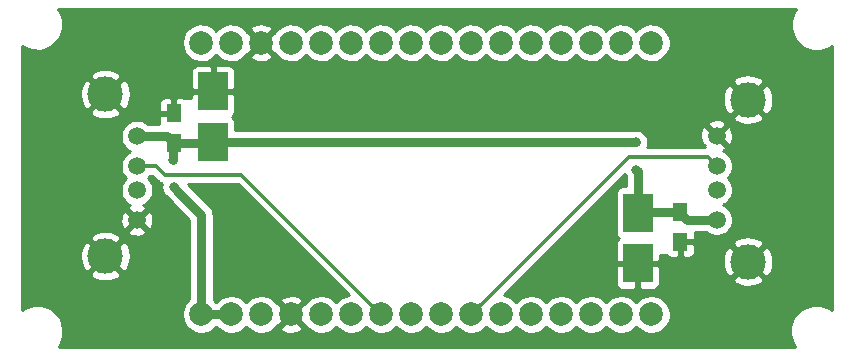
<source format=gtl>
G04 #@! TF.FileFunction,Copper,L1,Top,Signal*
%FSLAX46Y46*%
G04 Gerber Fmt 4.6, Leading zero omitted, Abs format (unit mm)*
G04 Created by KiCad (PCBNEW 4.0.7-e2-6376~58~ubuntu16.04.1) date Mon Jan  8 16:23:01 2018*
%MOMM*%
%LPD*%
G01*
G04 APERTURE LIST*
%ADD10C,0.100000*%
%ADD11R,1.250000X1.500000*%
%ADD12R,2.500000X3.200000*%
%ADD13C,2.000000*%
%ADD14C,1.501140*%
%ADD15C,2.999740*%
%ADD16C,0.800000*%
%ADD17C,0.800000*%
%ADD18C,0.350000*%
%ADD19C,0.254000*%
G04 APERTURE END LIST*
D10*
D11*
X130350000Y-102900000D03*
X130350000Y-100400000D03*
X173250000Y-108800000D03*
X173250000Y-111300000D03*
D12*
X133700000Y-102850000D03*
X133700000Y-98550000D03*
X169661007Y-108816425D03*
X169661007Y-113116425D03*
D13*
X132702300Y-94437200D03*
X135242300Y-94437200D03*
X137782300Y-94437200D03*
X140322300Y-94437200D03*
X142862300Y-94437200D03*
X145402300Y-94437200D03*
X147942300Y-94437200D03*
X150482300Y-94437200D03*
X153022300Y-94437200D03*
X155562300Y-94437200D03*
X158102300Y-94437200D03*
X160642300Y-94437200D03*
X163182300Y-94437200D03*
X165722300Y-94437200D03*
X168262300Y-94437200D03*
X170802300Y-94437200D03*
X170802300Y-117437200D03*
X168262300Y-117437200D03*
X165722300Y-117437200D03*
X163182300Y-117437200D03*
X160642300Y-117437200D03*
X158102300Y-117437200D03*
X155562300Y-117437200D03*
X153022300Y-117437200D03*
X150482300Y-117437200D03*
X147942300Y-117437200D03*
X145402300Y-117437200D03*
X142862300Y-117437200D03*
X140322300Y-117437200D03*
X137782300Y-117437200D03*
X135242300Y-117437200D03*
X132702300Y-117437200D03*
D14*
X127252120Y-109452860D03*
X127252120Y-106912860D03*
X127252120Y-104880860D03*
X127252120Y-102340860D03*
D15*
X124585120Y-112500860D03*
X124585120Y-98784860D03*
D14*
X176327880Y-102297140D03*
X176327880Y-104837140D03*
X176327880Y-106869140D03*
X176327880Y-109409140D03*
D15*
X178994880Y-99249140D03*
X178994880Y-112965140D03*
D16*
X169499996Y-102850000D03*
X169549998Y-105200000D03*
X130300000Y-104349991D03*
X130350000Y-106650000D03*
D17*
X135750000Y-102850000D02*
X169499996Y-102850000D01*
X133700000Y-102850000D02*
X135750000Y-102850000D01*
X169661007Y-105311009D02*
X169549998Y-105200000D01*
X169661007Y-108816425D02*
X169661007Y-105311009D01*
X130300000Y-103784306D02*
X130300000Y-104349991D01*
X130350000Y-102900000D02*
X130300000Y-102950000D01*
X130300000Y-102950000D02*
X130300000Y-103784306D01*
X130749999Y-107049999D02*
X130350000Y-106650000D01*
X132702300Y-109002300D02*
X130749999Y-107049999D01*
X132702300Y-117437200D02*
X132702300Y-109002300D01*
X173250000Y-108800000D02*
X169677432Y-108800000D01*
X169677432Y-108800000D02*
X169661007Y-108816425D01*
X176330000Y-109410000D02*
X173860000Y-109410000D01*
X173860000Y-109410000D02*
X173250000Y-108800000D01*
X130350000Y-102900000D02*
X133650000Y-102900000D01*
X133650000Y-102900000D02*
X133700000Y-102850000D01*
X127250000Y-102340000D02*
X129790000Y-102340000D01*
X129790000Y-102340000D02*
X130350000Y-102900000D01*
X132702300Y-117437200D02*
X135242300Y-117437200D01*
D18*
X127250000Y-104880000D02*
X128880000Y-104880000D01*
X128880000Y-104880000D02*
X129600000Y-105600000D01*
X136105100Y-105600000D02*
X146942301Y-116437201D01*
X129600000Y-105600000D02*
X136105100Y-105600000D01*
X146942301Y-116437201D02*
X147942300Y-117437200D01*
X156562299Y-116437201D02*
X155562300Y-117437200D01*
X168909499Y-104090001D02*
X156562299Y-116437201D01*
X175580001Y-104090001D02*
X168909499Y-104090001D01*
X176330000Y-104840000D02*
X175580001Y-104090001D01*
D19*
G36*
X182881978Y-91818071D02*
X182709311Y-92220933D01*
X182618182Y-92649662D01*
X182612062Y-93087925D01*
X182691185Y-93519030D01*
X182852536Y-93926557D01*
X183089970Y-94294982D01*
X183394443Y-94610273D01*
X183754358Y-94860421D01*
X184156005Y-95035896D01*
X184584087Y-95130016D01*
X185022297Y-95139195D01*
X185453944Y-95063084D01*
X185862587Y-94904582D01*
X186140000Y-94728530D01*
X186140000Y-117057829D01*
X185868164Y-116874473D01*
X185464105Y-116704622D01*
X185034751Y-116616489D01*
X184596456Y-116613429D01*
X184165914Y-116695559D01*
X183759523Y-116859752D01*
X183392764Y-117099752D01*
X183079607Y-117406419D01*
X182831978Y-117768071D01*
X182659311Y-118170933D01*
X182568182Y-118599662D01*
X182562062Y-119037925D01*
X182641185Y-119469030D01*
X182802536Y-119876557D01*
X183004536Y-120190000D01*
X120625255Y-120190000D01*
X120752724Y-120009302D01*
X120930999Y-119608889D01*
X121028105Y-119181475D01*
X121035096Y-118680847D01*
X120949962Y-118250888D01*
X120782936Y-117845654D01*
X120540381Y-117480580D01*
X120231536Y-117169571D01*
X119868164Y-116924473D01*
X119464105Y-116754622D01*
X119034751Y-116666489D01*
X118596456Y-116663429D01*
X118165914Y-116745559D01*
X117759523Y-116909752D01*
X117510000Y-117073035D01*
X117510000Y-113992421D01*
X123273164Y-113992421D01*
X123429160Y-114307968D01*
X123803920Y-114498761D01*
X124208702Y-114612777D01*
X124627949Y-114645632D01*
X125045551Y-114596065D01*
X125445459Y-114465981D01*
X125741080Y-114307968D01*
X125897076Y-113992421D01*
X124585120Y-112680465D01*
X123273164Y-113992421D01*
X117510000Y-113992421D01*
X117510000Y-112543689D01*
X122440348Y-112543689D01*
X122489915Y-112961291D01*
X122619999Y-113361199D01*
X122778012Y-113656820D01*
X123093559Y-113812816D01*
X124405515Y-112500860D01*
X124764725Y-112500860D01*
X126076681Y-113812816D01*
X126392228Y-113656820D01*
X126583021Y-113282060D01*
X126697037Y-112877278D01*
X126729892Y-112458031D01*
X126680325Y-112040429D01*
X126550241Y-111640521D01*
X126392228Y-111344900D01*
X126076681Y-111188904D01*
X124764725Y-112500860D01*
X124405515Y-112500860D01*
X123093559Y-111188904D01*
X122778012Y-111344900D01*
X122587219Y-111719660D01*
X122473203Y-112124442D01*
X122440348Y-112543689D01*
X117510000Y-112543689D01*
X117510000Y-111009299D01*
X123273164Y-111009299D01*
X124585120Y-112321255D01*
X125897076Y-111009299D01*
X125741080Y-110693752D01*
X125366320Y-110502959D01*
X125037222Y-110410261D01*
X126474324Y-110410261D01*
X126539919Y-110649186D01*
X126786995Y-110765143D01*
X127051947Y-110830669D01*
X127324590Y-110843247D01*
X127594449Y-110802393D01*
X127851152Y-110709677D01*
X127964321Y-110649186D01*
X128029916Y-110410261D01*
X127252120Y-109632465D01*
X126474324Y-110410261D01*
X125037222Y-110410261D01*
X124961538Y-110388943D01*
X124542291Y-110356088D01*
X124124689Y-110405655D01*
X123724781Y-110535739D01*
X123429160Y-110693752D01*
X123273164Y-111009299D01*
X117510000Y-111009299D01*
X117510000Y-109525330D01*
X125861733Y-109525330D01*
X125902587Y-109795189D01*
X125995303Y-110051892D01*
X126055794Y-110165061D01*
X126294719Y-110230656D01*
X127072515Y-109452860D01*
X127431725Y-109452860D01*
X128209521Y-110230656D01*
X128448446Y-110165061D01*
X128564403Y-109917985D01*
X128629929Y-109653033D01*
X128642507Y-109380390D01*
X128601653Y-109110531D01*
X128508937Y-108853828D01*
X128448446Y-108740659D01*
X128209521Y-108675064D01*
X127431725Y-109452860D01*
X127072515Y-109452860D01*
X126294719Y-108675064D01*
X126055794Y-108740659D01*
X125939837Y-108987735D01*
X125874311Y-109252687D01*
X125861733Y-109525330D01*
X117510000Y-109525330D01*
X117510000Y-102457362D01*
X125864729Y-102457362D01*
X125913780Y-102724623D01*
X126013809Y-102977266D01*
X126161004Y-103205668D01*
X126349760Y-103401130D01*
X126572886Y-103556207D01*
X126697313Y-103610567D01*
X126607085Y-103647022D01*
X126379716Y-103795808D01*
X126185576Y-103985924D01*
X126032061Y-104210127D01*
X125925017Y-104459878D01*
X125868523Y-104725665D01*
X125864729Y-104997362D01*
X125913780Y-105264623D01*
X126013809Y-105517266D01*
X126161004Y-105745668D01*
X126308075Y-105897964D01*
X126185576Y-106017924D01*
X126032061Y-106242127D01*
X125925017Y-106491878D01*
X125868523Y-106757665D01*
X125864729Y-107029362D01*
X125913780Y-107296623D01*
X126013809Y-107549266D01*
X126161004Y-107777668D01*
X126349760Y-107973130D01*
X126572886Y-108128207D01*
X126694183Y-108181200D01*
X126653088Y-108196043D01*
X126539919Y-108256534D01*
X126474324Y-108495459D01*
X127252120Y-109273255D01*
X128029916Y-108495459D01*
X127964321Y-108256534D01*
X127808337Y-108183328D01*
X127879865Y-108155584D01*
X128109289Y-108009987D01*
X128306065Y-107822601D01*
X128462695Y-107600562D01*
X128573215Y-107352330D01*
X128633416Y-107087358D01*
X128637749Y-106776998D01*
X128584971Y-106510449D01*
X128481425Y-106259227D01*
X128331055Y-106032902D01*
X128195241Y-105896136D01*
X128306065Y-105790601D01*
X128377031Y-105690000D01*
X128544488Y-105690000D01*
X129027244Y-106172757D01*
X129085079Y-106220263D01*
X129142377Y-106268342D01*
X129146108Y-106270393D01*
X129149401Y-106273098D01*
X129215328Y-106308447D01*
X129280907Y-106344500D01*
X129284970Y-106345789D01*
X129288721Y-106347800D01*
X129351957Y-106367133D01*
X129316473Y-106534071D01*
X129313639Y-106737026D01*
X129350280Y-106936665D01*
X129425000Y-107125386D01*
X129534953Y-107295999D01*
X129675950Y-107442006D01*
X129683636Y-107447348D01*
X130018143Y-107781855D01*
X131667300Y-109431011D01*
X131667300Y-116162248D01*
X131443757Y-116381157D01*
X131262606Y-116645722D01*
X131136293Y-116940433D01*
X131069628Y-117254066D01*
X131065151Y-117574675D01*
X131123033Y-117890048D01*
X131241068Y-118188171D01*
X131414761Y-118457691D01*
X131637497Y-118688340D01*
X131900790Y-118871333D01*
X132194613Y-118999701D01*
X132507773Y-119068554D01*
X132828343Y-119075269D01*
X133144111Y-119019590D01*
X133443052Y-118903639D01*
X133713777Y-118731832D01*
X133945976Y-118510712D01*
X133971298Y-118474816D01*
X134177497Y-118688340D01*
X134440790Y-118871333D01*
X134734613Y-118999701D01*
X135047773Y-119068554D01*
X135368343Y-119075269D01*
X135684111Y-119019590D01*
X135983052Y-118903639D01*
X136253777Y-118731832D01*
X136485976Y-118510712D01*
X136511298Y-118474816D01*
X136717497Y-118688340D01*
X136980790Y-118871333D01*
X137274613Y-118999701D01*
X137587773Y-119068554D01*
X137908343Y-119075269D01*
X138224111Y-119019590D01*
X138523052Y-118903639D01*
X138793777Y-118731832D01*
X138960973Y-118572613D01*
X139366492Y-118572613D01*
X139462256Y-118837014D01*
X139751871Y-118977904D01*
X140063408Y-119059584D01*
X140384895Y-119078918D01*
X140703975Y-119035161D01*
X141008388Y-118929995D01*
X141182344Y-118837014D01*
X141278108Y-118572613D01*
X140322300Y-117616805D01*
X139366492Y-118572613D01*
X138960973Y-118572613D01*
X139025976Y-118510712D01*
X139124856Y-118370541D01*
X139186887Y-118393008D01*
X140142695Y-117437200D01*
X139186887Y-116481392D01*
X139125169Y-116503746D01*
X139055465Y-116398832D01*
X138959096Y-116301787D01*
X139366492Y-116301787D01*
X140322300Y-117257595D01*
X141278108Y-116301787D01*
X141182344Y-116037386D01*
X140892729Y-115896496D01*
X140581192Y-115814816D01*
X140259705Y-115795482D01*
X139940625Y-115839239D01*
X139636212Y-115944405D01*
X139462256Y-116037386D01*
X139366492Y-116301787D01*
X138959096Y-116301787D01*
X138829531Y-116171315D01*
X138563708Y-115992016D01*
X138268122Y-115867763D01*
X137954031Y-115803289D01*
X137633399Y-115801051D01*
X137318438Y-115861133D01*
X137021146Y-115981246D01*
X136752846Y-116156817D01*
X136523757Y-116381157D01*
X136513210Y-116396561D01*
X136289531Y-116171315D01*
X136023708Y-115992016D01*
X135728122Y-115867763D01*
X135414031Y-115803289D01*
X135093399Y-115801051D01*
X134778438Y-115861133D01*
X134481146Y-115981246D01*
X134212846Y-116156817D01*
X133983757Y-116381157D01*
X133973210Y-116396561D01*
X133749531Y-116171315D01*
X133737300Y-116163065D01*
X133737300Y-109002300D01*
X133727972Y-108907159D01*
X133719638Y-108811911D01*
X133718120Y-108806688D01*
X133717589Y-108801267D01*
X133689946Y-108709709D01*
X133663283Y-108617935D01*
X133660778Y-108613103D01*
X133659205Y-108607892D01*
X133614346Y-108523525D01*
X133570325Y-108438599D01*
X133566926Y-108434341D01*
X133564373Y-108429540D01*
X133503976Y-108355486D01*
X133444303Y-108280735D01*
X133436833Y-108273160D01*
X133436706Y-108273004D01*
X133436562Y-108272885D01*
X133434156Y-108270445D01*
X131573712Y-106410000D01*
X135769588Y-106410000D01*
X145175498Y-115815911D01*
X144938438Y-115861133D01*
X144641146Y-115981246D01*
X144372846Y-116156817D01*
X144143757Y-116381157D01*
X144133210Y-116396561D01*
X143909531Y-116171315D01*
X143643708Y-115992016D01*
X143348122Y-115867763D01*
X143034031Y-115803289D01*
X142713399Y-115801051D01*
X142398438Y-115861133D01*
X142101146Y-115981246D01*
X141832846Y-116156817D01*
X141603757Y-116381157D01*
X141519742Y-116503858D01*
X141457713Y-116481392D01*
X140501905Y-117437200D01*
X141457713Y-118393008D01*
X141518814Y-118370878D01*
X141574761Y-118457691D01*
X141797497Y-118688340D01*
X142060790Y-118871333D01*
X142354613Y-118999701D01*
X142667773Y-119068554D01*
X142988343Y-119075269D01*
X143304111Y-119019590D01*
X143603052Y-118903639D01*
X143873777Y-118731832D01*
X144105976Y-118510712D01*
X144131298Y-118474816D01*
X144337497Y-118688340D01*
X144600790Y-118871333D01*
X144894613Y-118999701D01*
X145207773Y-119068554D01*
X145528343Y-119075269D01*
X145844111Y-119019590D01*
X146143052Y-118903639D01*
X146413777Y-118731832D01*
X146645976Y-118510712D01*
X146671298Y-118474816D01*
X146877497Y-118688340D01*
X147140790Y-118871333D01*
X147434613Y-118999701D01*
X147747773Y-119068554D01*
X148068343Y-119075269D01*
X148384111Y-119019590D01*
X148683052Y-118903639D01*
X148953777Y-118731832D01*
X149185976Y-118510712D01*
X149211298Y-118474816D01*
X149417497Y-118688340D01*
X149680790Y-118871333D01*
X149974613Y-118999701D01*
X150287773Y-119068554D01*
X150608343Y-119075269D01*
X150924111Y-119019590D01*
X151223052Y-118903639D01*
X151493777Y-118731832D01*
X151725976Y-118510712D01*
X151751298Y-118474816D01*
X151957497Y-118688340D01*
X152220790Y-118871333D01*
X152514613Y-118999701D01*
X152827773Y-119068554D01*
X153148343Y-119075269D01*
X153464111Y-119019590D01*
X153763052Y-118903639D01*
X154033777Y-118731832D01*
X154265976Y-118510712D01*
X154291298Y-118474816D01*
X154497497Y-118688340D01*
X154760790Y-118871333D01*
X155054613Y-118999701D01*
X155367773Y-119068554D01*
X155688343Y-119075269D01*
X156004111Y-119019590D01*
X156303052Y-118903639D01*
X156573777Y-118731832D01*
X156805976Y-118510712D01*
X156831298Y-118474816D01*
X157037497Y-118688340D01*
X157300790Y-118871333D01*
X157594613Y-118999701D01*
X157907773Y-119068554D01*
X158228343Y-119075269D01*
X158544111Y-119019590D01*
X158843052Y-118903639D01*
X159113777Y-118731832D01*
X159345976Y-118510712D01*
X159371298Y-118474816D01*
X159577497Y-118688340D01*
X159840790Y-118871333D01*
X160134613Y-118999701D01*
X160447773Y-119068554D01*
X160768343Y-119075269D01*
X161084111Y-119019590D01*
X161383052Y-118903639D01*
X161653777Y-118731832D01*
X161885976Y-118510712D01*
X161911298Y-118474816D01*
X162117497Y-118688340D01*
X162380790Y-118871333D01*
X162674613Y-118999701D01*
X162987773Y-119068554D01*
X163308343Y-119075269D01*
X163624111Y-119019590D01*
X163923052Y-118903639D01*
X164193777Y-118731832D01*
X164425976Y-118510712D01*
X164451298Y-118474816D01*
X164657497Y-118688340D01*
X164920790Y-118871333D01*
X165214613Y-118999701D01*
X165527773Y-119068554D01*
X165848343Y-119075269D01*
X166164111Y-119019590D01*
X166463052Y-118903639D01*
X166733777Y-118731832D01*
X166965976Y-118510712D01*
X166991298Y-118474816D01*
X167197497Y-118688340D01*
X167460790Y-118871333D01*
X167754613Y-118999701D01*
X168067773Y-119068554D01*
X168388343Y-119075269D01*
X168704111Y-119019590D01*
X169003052Y-118903639D01*
X169273777Y-118731832D01*
X169505976Y-118510712D01*
X169531298Y-118474816D01*
X169737497Y-118688340D01*
X170000790Y-118871333D01*
X170294613Y-118999701D01*
X170607773Y-119068554D01*
X170928343Y-119075269D01*
X171244111Y-119019590D01*
X171543052Y-118903639D01*
X171813777Y-118731832D01*
X172045976Y-118510712D01*
X172230803Y-118248703D01*
X172361219Y-117955783D01*
X172432256Y-117643111D01*
X172437370Y-117276880D01*
X172375091Y-116962346D01*
X172252904Y-116665900D01*
X172075465Y-116398832D01*
X171849531Y-116171315D01*
X171583708Y-115992016D01*
X171288122Y-115867763D01*
X170974031Y-115803289D01*
X170653399Y-115801051D01*
X170338438Y-115861133D01*
X170041146Y-115981246D01*
X169772846Y-116156817D01*
X169543757Y-116381157D01*
X169533210Y-116396561D01*
X169309531Y-116171315D01*
X169043708Y-115992016D01*
X168748122Y-115867763D01*
X168434031Y-115803289D01*
X168113399Y-115801051D01*
X167798438Y-115861133D01*
X167501146Y-115981246D01*
X167232846Y-116156817D01*
X167003757Y-116381157D01*
X166993210Y-116396561D01*
X166769531Y-116171315D01*
X166503708Y-115992016D01*
X166208122Y-115867763D01*
X165894031Y-115803289D01*
X165573399Y-115801051D01*
X165258438Y-115861133D01*
X164961146Y-115981246D01*
X164692846Y-116156817D01*
X164463757Y-116381157D01*
X164453210Y-116396561D01*
X164229531Y-116171315D01*
X163963708Y-115992016D01*
X163668122Y-115867763D01*
X163354031Y-115803289D01*
X163033399Y-115801051D01*
X162718438Y-115861133D01*
X162421146Y-115981246D01*
X162152846Y-116156817D01*
X161923757Y-116381157D01*
X161913210Y-116396561D01*
X161689531Y-116171315D01*
X161423708Y-115992016D01*
X161128122Y-115867763D01*
X160814031Y-115803289D01*
X160493399Y-115801051D01*
X160178438Y-115861133D01*
X159881146Y-115981246D01*
X159612846Y-116156817D01*
X159383757Y-116381157D01*
X159373210Y-116396561D01*
X159149531Y-116171315D01*
X158883708Y-115992016D01*
X158588122Y-115867763D01*
X158330194Y-115814818D01*
X160742837Y-113402175D01*
X167776007Y-113402175D01*
X167776007Y-114778967D01*
X167800410Y-114901648D01*
X167848277Y-115017210D01*
X167917770Y-115121214D01*
X168006218Y-115209662D01*
X168110222Y-115279155D01*
X168225784Y-115327022D01*
X168348465Y-115351425D01*
X169375257Y-115351425D01*
X169534007Y-115192675D01*
X169534007Y-113243425D01*
X169788007Y-113243425D01*
X169788007Y-115192675D01*
X169946757Y-115351425D01*
X170973549Y-115351425D01*
X171096230Y-115327022D01*
X171211792Y-115279155D01*
X171315796Y-115209662D01*
X171404244Y-115121214D01*
X171473737Y-115017210D01*
X171521604Y-114901648D01*
X171546007Y-114778967D01*
X171546007Y-114456701D01*
X177682924Y-114456701D01*
X177838920Y-114772248D01*
X178213680Y-114963041D01*
X178618462Y-115077057D01*
X179037709Y-115109912D01*
X179455311Y-115060345D01*
X179855219Y-114930261D01*
X180150840Y-114772248D01*
X180306836Y-114456701D01*
X178994880Y-113144745D01*
X177682924Y-114456701D01*
X171546007Y-114456701D01*
X171546007Y-113402175D01*
X171387257Y-113243425D01*
X169788007Y-113243425D01*
X169534007Y-113243425D01*
X167934757Y-113243425D01*
X167776007Y-113402175D01*
X160742837Y-113402175D01*
X161137043Y-113007969D01*
X176850108Y-113007969D01*
X176899675Y-113425571D01*
X177029759Y-113825479D01*
X177187772Y-114121100D01*
X177503319Y-114277096D01*
X178815275Y-112965140D01*
X179174485Y-112965140D01*
X180486441Y-114277096D01*
X180801988Y-114121100D01*
X180992781Y-113746340D01*
X181106797Y-113341558D01*
X181139652Y-112922311D01*
X181090085Y-112504709D01*
X180960001Y-112104801D01*
X180801988Y-111809180D01*
X180486441Y-111653184D01*
X179174485Y-112965140D01*
X178815275Y-112965140D01*
X177503319Y-111653184D01*
X177187772Y-111809180D01*
X176996979Y-112183940D01*
X176882963Y-112588722D01*
X176850108Y-113007969D01*
X161137043Y-113007969D01*
X168580930Y-105564083D01*
X168624998Y-105675386D01*
X168626007Y-105676952D01*
X168626007Y-106578353D01*
X168411007Y-106578353D01*
X168309886Y-106586417D01*
X168138373Y-106639531D01*
X167988448Y-106738325D01*
X167871982Y-106874975D01*
X167798197Y-107038662D01*
X167772935Y-107216425D01*
X167772935Y-110416425D01*
X167780999Y-110517546D01*
X167834113Y-110689059D01*
X167932907Y-110838984D01*
X168069557Y-110955450D01*
X168092272Y-110965689D01*
X168006218Y-111023188D01*
X167917770Y-111111636D01*
X167848277Y-111215640D01*
X167800410Y-111331202D01*
X167776007Y-111453883D01*
X167776007Y-112830675D01*
X167934757Y-112989425D01*
X169534007Y-112989425D01*
X169534007Y-112969425D01*
X169788007Y-112969425D01*
X169788007Y-112989425D01*
X171387257Y-112989425D01*
X171546007Y-112830675D01*
X171546007Y-112427000D01*
X172113195Y-112427000D01*
X172131763Y-112454789D01*
X172220211Y-112543237D01*
X172324215Y-112612730D01*
X172439777Y-112660597D01*
X172562458Y-112685000D01*
X172964250Y-112685000D01*
X173123000Y-112526250D01*
X173123000Y-111427000D01*
X173377000Y-111427000D01*
X173377000Y-112526250D01*
X173535750Y-112685000D01*
X173937542Y-112685000D01*
X174060223Y-112660597D01*
X174175785Y-112612730D01*
X174279789Y-112543237D01*
X174368237Y-112454789D01*
X174437730Y-112350785D01*
X174485597Y-112235223D01*
X174510000Y-112112542D01*
X174510000Y-111585750D01*
X174397829Y-111473579D01*
X177682924Y-111473579D01*
X178994880Y-112785535D01*
X180306836Y-111473579D01*
X180150840Y-111158032D01*
X179776080Y-110967239D01*
X179371298Y-110853223D01*
X178952051Y-110820368D01*
X178534449Y-110869935D01*
X178134541Y-111000019D01*
X177838920Y-111158032D01*
X177682924Y-111473579D01*
X174397829Y-111473579D01*
X174351250Y-111427000D01*
X173377000Y-111427000D01*
X173123000Y-111427000D01*
X173103000Y-111427000D01*
X173103000Y-111173000D01*
X173123000Y-111173000D01*
X173123000Y-111153000D01*
X173377000Y-111153000D01*
X173377000Y-111173000D01*
X174351250Y-111173000D01*
X174510000Y-111014250D01*
X174510000Y-110487458D01*
X174501554Y-110445000D01*
X175401947Y-110445000D01*
X175425520Y-110469410D01*
X175648646Y-110624487D01*
X175897644Y-110733271D01*
X176163029Y-110791620D01*
X176434694Y-110797311D01*
X176702290Y-110750126D01*
X176955625Y-110651864D01*
X177185049Y-110506267D01*
X177381825Y-110318881D01*
X177538455Y-110096842D01*
X177648975Y-109848610D01*
X177709176Y-109583638D01*
X177713509Y-109273278D01*
X177660731Y-109006729D01*
X177557185Y-108755507D01*
X177406815Y-108529182D01*
X177215349Y-108336374D01*
X176990079Y-108184428D01*
X176883764Y-108139737D01*
X176955625Y-108111864D01*
X177185049Y-107966267D01*
X177381825Y-107778881D01*
X177538455Y-107556842D01*
X177648975Y-107308610D01*
X177709176Y-107043638D01*
X177713509Y-106733278D01*
X177660731Y-106466729D01*
X177557185Y-106215507D01*
X177406815Y-105989182D01*
X177271001Y-105852416D01*
X177381825Y-105746881D01*
X177538455Y-105524842D01*
X177648975Y-105276610D01*
X177709176Y-105011638D01*
X177713509Y-104701278D01*
X177660731Y-104434729D01*
X177557185Y-104183507D01*
X177406815Y-103957182D01*
X177215349Y-103764374D01*
X176990079Y-103612428D01*
X176886072Y-103568708D01*
X176926912Y-103553957D01*
X177040081Y-103493466D01*
X177105676Y-103254541D01*
X176327880Y-102476745D01*
X176313738Y-102490888D01*
X176134133Y-102311283D01*
X176148275Y-102297140D01*
X176507485Y-102297140D01*
X177285281Y-103074936D01*
X177524206Y-103009341D01*
X177640163Y-102762265D01*
X177705689Y-102497313D01*
X177718267Y-102224670D01*
X177677413Y-101954811D01*
X177584697Y-101698108D01*
X177524206Y-101584939D01*
X177285281Y-101519344D01*
X176507485Y-102297140D01*
X176148275Y-102297140D01*
X175370479Y-101519344D01*
X175131554Y-101584939D01*
X175015597Y-101832015D01*
X174950071Y-102096967D01*
X174937493Y-102369610D01*
X174978347Y-102639469D01*
X175071063Y-102896172D01*
X175131554Y-103009341D01*
X175370477Y-103074935D01*
X175254024Y-103191388D01*
X175342637Y-103280001D01*
X170441545Y-103280001D01*
X170486835Y-103178278D01*
X170531803Y-102980348D01*
X170533300Y-102873123D01*
X170534971Y-102857226D01*
X170533715Y-102843423D01*
X170535040Y-102748513D01*
X170495616Y-102549405D01*
X170418269Y-102361746D01*
X170305944Y-102192684D01*
X170162922Y-102048660D01*
X169994649Y-101935158D01*
X169807535Y-101856503D01*
X169608706Y-101815689D01*
X169405737Y-101814272D01*
X169401921Y-101815000D01*
X135588072Y-101815000D01*
X135588072Y-101339739D01*
X175550084Y-101339739D01*
X176327880Y-102117535D01*
X177105676Y-101339739D01*
X177040081Y-101100814D01*
X176793005Y-100984857D01*
X176528053Y-100919331D01*
X176255410Y-100906753D01*
X175985551Y-100947607D01*
X175728848Y-101040323D01*
X175615679Y-101100814D01*
X175550084Y-101339739D01*
X135588072Y-101339739D01*
X135588072Y-101250000D01*
X135580008Y-101148879D01*
X135526894Y-100977366D01*
X135428100Y-100827441D01*
X135326328Y-100740701D01*
X177682924Y-100740701D01*
X177838920Y-101056248D01*
X178213680Y-101247041D01*
X178618462Y-101361057D01*
X179037709Y-101393912D01*
X179455311Y-101344345D01*
X179855219Y-101214261D01*
X180150840Y-101056248D01*
X180306836Y-100740701D01*
X178994880Y-99428745D01*
X177682924Y-100740701D01*
X135326328Y-100740701D01*
X135291450Y-100710975D01*
X135268735Y-100700736D01*
X135354789Y-100643237D01*
X135443237Y-100554789D01*
X135512730Y-100450785D01*
X135560597Y-100335223D01*
X135585000Y-100212542D01*
X135585000Y-99291969D01*
X176850108Y-99291969D01*
X176899675Y-99709571D01*
X177029759Y-100109479D01*
X177187772Y-100405100D01*
X177503319Y-100561096D01*
X178815275Y-99249140D01*
X179174485Y-99249140D01*
X180486441Y-100561096D01*
X180801988Y-100405100D01*
X180992781Y-100030340D01*
X181106797Y-99625558D01*
X181139652Y-99206311D01*
X181090085Y-98788709D01*
X180960001Y-98388801D01*
X180801988Y-98093180D01*
X180486441Y-97937184D01*
X179174485Y-99249140D01*
X178815275Y-99249140D01*
X177503319Y-97937184D01*
X177187772Y-98093180D01*
X176996979Y-98467940D01*
X176882963Y-98872722D01*
X176850108Y-99291969D01*
X135585000Y-99291969D01*
X135585000Y-98835750D01*
X135426250Y-98677000D01*
X133827000Y-98677000D01*
X133827000Y-98697000D01*
X133573000Y-98697000D01*
X133573000Y-98677000D01*
X131973750Y-98677000D01*
X131815000Y-98835750D01*
X131815000Y-99073000D01*
X131241334Y-99073000D01*
X131160223Y-99039403D01*
X131037542Y-99015000D01*
X130635750Y-99015000D01*
X130477000Y-99173750D01*
X130477000Y-100273000D01*
X130497000Y-100273000D01*
X130497000Y-100527000D01*
X130477000Y-100527000D01*
X130477000Y-100547000D01*
X130223000Y-100547000D01*
X130223000Y-100527000D01*
X129248750Y-100527000D01*
X129090000Y-100685750D01*
X129090000Y-101212542D01*
X129108391Y-101305000D01*
X128176238Y-101305000D01*
X128139589Y-101268094D01*
X127914319Y-101116148D01*
X127663827Y-101010851D01*
X127397652Y-100956213D01*
X127125935Y-100954316D01*
X126859023Y-101005232D01*
X126607085Y-101107022D01*
X126379716Y-101255808D01*
X126185576Y-101445924D01*
X126032061Y-101670127D01*
X125925017Y-101919878D01*
X125868523Y-102185665D01*
X125864729Y-102457362D01*
X117510000Y-102457362D01*
X117510000Y-100276421D01*
X123273164Y-100276421D01*
X123429160Y-100591968D01*
X123803920Y-100782761D01*
X124208702Y-100896777D01*
X124627949Y-100929632D01*
X125045551Y-100880065D01*
X125445459Y-100749981D01*
X125741080Y-100591968D01*
X125897076Y-100276421D01*
X124585120Y-98964465D01*
X123273164Y-100276421D01*
X117510000Y-100276421D01*
X117510000Y-98827689D01*
X122440348Y-98827689D01*
X122489915Y-99245291D01*
X122619999Y-99645199D01*
X122778012Y-99940820D01*
X123093559Y-100096816D01*
X124405515Y-98784860D01*
X124764725Y-98784860D01*
X126076681Y-100096816D01*
X126392228Y-99940820D01*
X126572127Y-99587458D01*
X129090000Y-99587458D01*
X129090000Y-100114250D01*
X129248750Y-100273000D01*
X130223000Y-100273000D01*
X130223000Y-99173750D01*
X130064250Y-99015000D01*
X129662458Y-99015000D01*
X129539777Y-99039403D01*
X129424215Y-99087270D01*
X129320211Y-99156763D01*
X129231763Y-99245211D01*
X129162270Y-99349215D01*
X129114403Y-99464777D01*
X129090000Y-99587458D01*
X126572127Y-99587458D01*
X126583021Y-99566060D01*
X126697037Y-99161278D01*
X126729892Y-98742031D01*
X126680325Y-98324429D01*
X126550241Y-97924521D01*
X126392228Y-97628900D01*
X126076681Y-97472904D01*
X124764725Y-98784860D01*
X124405515Y-98784860D01*
X123093559Y-97472904D01*
X122778012Y-97628900D01*
X122587219Y-98003660D01*
X122473203Y-98408442D01*
X122440348Y-98827689D01*
X117510000Y-98827689D01*
X117510000Y-97293299D01*
X123273164Y-97293299D01*
X124585120Y-98605255D01*
X125897076Y-97293299D01*
X125741080Y-96977752D01*
X125563723Y-96887458D01*
X131815000Y-96887458D01*
X131815000Y-98264250D01*
X131973750Y-98423000D01*
X133573000Y-98423000D01*
X133573000Y-96473750D01*
X133827000Y-96473750D01*
X133827000Y-98423000D01*
X135426250Y-98423000D01*
X135585000Y-98264250D01*
X135585000Y-97757579D01*
X177682924Y-97757579D01*
X178994880Y-99069535D01*
X180306836Y-97757579D01*
X180150840Y-97442032D01*
X179776080Y-97251239D01*
X179371298Y-97137223D01*
X178952051Y-97104368D01*
X178534449Y-97153935D01*
X178134541Y-97284019D01*
X177838920Y-97442032D01*
X177682924Y-97757579D01*
X135585000Y-97757579D01*
X135585000Y-96887458D01*
X135560597Y-96764777D01*
X135512730Y-96649215D01*
X135443237Y-96545211D01*
X135354789Y-96456763D01*
X135250785Y-96387270D01*
X135135223Y-96339403D01*
X135012542Y-96315000D01*
X133985750Y-96315000D01*
X133827000Y-96473750D01*
X133573000Y-96473750D01*
X133414250Y-96315000D01*
X132387458Y-96315000D01*
X132264777Y-96339403D01*
X132149215Y-96387270D01*
X132045211Y-96456763D01*
X131956763Y-96545211D01*
X131887270Y-96649215D01*
X131839403Y-96764777D01*
X131815000Y-96887458D01*
X125563723Y-96887458D01*
X125366320Y-96786959D01*
X124961538Y-96672943D01*
X124542291Y-96640088D01*
X124124689Y-96689655D01*
X123724781Y-96819739D01*
X123429160Y-96977752D01*
X123273164Y-97293299D01*
X117510000Y-97293299D01*
X117510000Y-94710089D01*
X117654358Y-94810421D01*
X118056005Y-94985896D01*
X118484087Y-95080016D01*
X118922297Y-95089195D01*
X119353944Y-95013084D01*
X119762587Y-94854582D01*
X120132661Y-94619726D01*
X120179969Y-94574675D01*
X131065151Y-94574675D01*
X131123033Y-94890048D01*
X131241068Y-95188171D01*
X131414761Y-95457691D01*
X131637497Y-95688340D01*
X131900790Y-95871333D01*
X132194613Y-95999701D01*
X132507773Y-96068554D01*
X132828343Y-96075269D01*
X133144111Y-96019590D01*
X133443052Y-95903639D01*
X133713777Y-95731832D01*
X133945976Y-95510712D01*
X133971298Y-95474816D01*
X134177497Y-95688340D01*
X134440790Y-95871333D01*
X134734613Y-95999701D01*
X135047773Y-96068554D01*
X135368343Y-96075269D01*
X135684111Y-96019590D01*
X135983052Y-95903639D01*
X136253777Y-95731832D01*
X136420973Y-95572613D01*
X136826492Y-95572613D01*
X136922256Y-95837014D01*
X137211871Y-95977904D01*
X137523408Y-96059584D01*
X137844895Y-96078918D01*
X138163975Y-96035161D01*
X138468388Y-95929995D01*
X138642344Y-95837014D01*
X138738108Y-95572613D01*
X137782300Y-94616805D01*
X136826492Y-95572613D01*
X136420973Y-95572613D01*
X136485976Y-95510712D01*
X136584856Y-95370541D01*
X136646887Y-95393008D01*
X137602695Y-94437200D01*
X137961905Y-94437200D01*
X138917713Y-95393008D01*
X138978814Y-95370878D01*
X139034761Y-95457691D01*
X139257497Y-95688340D01*
X139520790Y-95871333D01*
X139814613Y-95999701D01*
X140127773Y-96068554D01*
X140448343Y-96075269D01*
X140764111Y-96019590D01*
X141063052Y-95903639D01*
X141333777Y-95731832D01*
X141565976Y-95510712D01*
X141591298Y-95474816D01*
X141797497Y-95688340D01*
X142060790Y-95871333D01*
X142354613Y-95999701D01*
X142667773Y-96068554D01*
X142988343Y-96075269D01*
X143304111Y-96019590D01*
X143603052Y-95903639D01*
X143873777Y-95731832D01*
X144105976Y-95510712D01*
X144131298Y-95474816D01*
X144337497Y-95688340D01*
X144600790Y-95871333D01*
X144894613Y-95999701D01*
X145207773Y-96068554D01*
X145528343Y-96075269D01*
X145844111Y-96019590D01*
X146143052Y-95903639D01*
X146413777Y-95731832D01*
X146645976Y-95510712D01*
X146671298Y-95474816D01*
X146877497Y-95688340D01*
X147140790Y-95871333D01*
X147434613Y-95999701D01*
X147747773Y-96068554D01*
X148068343Y-96075269D01*
X148384111Y-96019590D01*
X148683052Y-95903639D01*
X148953777Y-95731832D01*
X149185976Y-95510712D01*
X149211298Y-95474816D01*
X149417497Y-95688340D01*
X149680790Y-95871333D01*
X149974613Y-95999701D01*
X150287773Y-96068554D01*
X150608343Y-96075269D01*
X150924111Y-96019590D01*
X151223052Y-95903639D01*
X151493777Y-95731832D01*
X151725976Y-95510712D01*
X151751298Y-95474816D01*
X151957497Y-95688340D01*
X152220790Y-95871333D01*
X152514613Y-95999701D01*
X152827773Y-96068554D01*
X153148343Y-96075269D01*
X153464111Y-96019590D01*
X153763052Y-95903639D01*
X154033777Y-95731832D01*
X154265976Y-95510712D01*
X154291298Y-95474816D01*
X154497497Y-95688340D01*
X154760790Y-95871333D01*
X155054613Y-95999701D01*
X155367773Y-96068554D01*
X155688343Y-96075269D01*
X156004111Y-96019590D01*
X156303052Y-95903639D01*
X156573777Y-95731832D01*
X156805976Y-95510712D01*
X156831298Y-95474816D01*
X157037497Y-95688340D01*
X157300790Y-95871333D01*
X157594613Y-95999701D01*
X157907773Y-96068554D01*
X158228343Y-96075269D01*
X158544111Y-96019590D01*
X158843052Y-95903639D01*
X159113777Y-95731832D01*
X159345976Y-95510712D01*
X159371298Y-95474816D01*
X159577497Y-95688340D01*
X159840790Y-95871333D01*
X160134613Y-95999701D01*
X160447773Y-96068554D01*
X160768343Y-96075269D01*
X161084111Y-96019590D01*
X161383052Y-95903639D01*
X161653777Y-95731832D01*
X161885976Y-95510712D01*
X161911298Y-95474816D01*
X162117497Y-95688340D01*
X162380790Y-95871333D01*
X162674613Y-95999701D01*
X162987773Y-96068554D01*
X163308343Y-96075269D01*
X163624111Y-96019590D01*
X163923052Y-95903639D01*
X164193777Y-95731832D01*
X164425976Y-95510712D01*
X164451298Y-95474816D01*
X164657497Y-95688340D01*
X164920790Y-95871333D01*
X165214613Y-95999701D01*
X165527773Y-96068554D01*
X165848343Y-96075269D01*
X166164111Y-96019590D01*
X166463052Y-95903639D01*
X166733777Y-95731832D01*
X166965976Y-95510712D01*
X166991298Y-95474816D01*
X167197497Y-95688340D01*
X167460790Y-95871333D01*
X167754613Y-95999701D01*
X168067773Y-96068554D01*
X168388343Y-96075269D01*
X168704111Y-96019590D01*
X169003052Y-95903639D01*
X169273777Y-95731832D01*
X169505976Y-95510712D01*
X169531298Y-95474816D01*
X169737497Y-95688340D01*
X170000790Y-95871333D01*
X170294613Y-95999701D01*
X170607773Y-96068554D01*
X170928343Y-96075269D01*
X171244111Y-96019590D01*
X171543052Y-95903639D01*
X171813777Y-95731832D01*
X172045976Y-95510712D01*
X172230803Y-95248703D01*
X172361219Y-94955783D01*
X172432256Y-94643111D01*
X172437370Y-94276880D01*
X172375091Y-93962346D01*
X172252904Y-93665900D01*
X172075465Y-93398832D01*
X171849531Y-93171315D01*
X171583708Y-92992016D01*
X171288122Y-92867763D01*
X170974031Y-92803289D01*
X170653399Y-92801051D01*
X170338438Y-92861133D01*
X170041146Y-92981246D01*
X169772846Y-93156817D01*
X169543757Y-93381157D01*
X169533210Y-93396561D01*
X169309531Y-93171315D01*
X169043708Y-92992016D01*
X168748122Y-92867763D01*
X168434031Y-92803289D01*
X168113399Y-92801051D01*
X167798438Y-92861133D01*
X167501146Y-92981246D01*
X167232846Y-93156817D01*
X167003757Y-93381157D01*
X166993210Y-93396561D01*
X166769531Y-93171315D01*
X166503708Y-92992016D01*
X166208122Y-92867763D01*
X165894031Y-92803289D01*
X165573399Y-92801051D01*
X165258438Y-92861133D01*
X164961146Y-92981246D01*
X164692846Y-93156817D01*
X164463757Y-93381157D01*
X164453210Y-93396561D01*
X164229531Y-93171315D01*
X163963708Y-92992016D01*
X163668122Y-92867763D01*
X163354031Y-92803289D01*
X163033399Y-92801051D01*
X162718438Y-92861133D01*
X162421146Y-92981246D01*
X162152846Y-93156817D01*
X161923757Y-93381157D01*
X161913210Y-93396561D01*
X161689531Y-93171315D01*
X161423708Y-92992016D01*
X161128122Y-92867763D01*
X160814031Y-92803289D01*
X160493399Y-92801051D01*
X160178438Y-92861133D01*
X159881146Y-92981246D01*
X159612846Y-93156817D01*
X159383757Y-93381157D01*
X159373210Y-93396561D01*
X159149531Y-93171315D01*
X158883708Y-92992016D01*
X158588122Y-92867763D01*
X158274031Y-92803289D01*
X157953399Y-92801051D01*
X157638438Y-92861133D01*
X157341146Y-92981246D01*
X157072846Y-93156817D01*
X156843757Y-93381157D01*
X156833210Y-93396561D01*
X156609531Y-93171315D01*
X156343708Y-92992016D01*
X156048122Y-92867763D01*
X155734031Y-92803289D01*
X155413399Y-92801051D01*
X155098438Y-92861133D01*
X154801146Y-92981246D01*
X154532846Y-93156817D01*
X154303757Y-93381157D01*
X154293210Y-93396561D01*
X154069531Y-93171315D01*
X153803708Y-92992016D01*
X153508122Y-92867763D01*
X153194031Y-92803289D01*
X152873399Y-92801051D01*
X152558438Y-92861133D01*
X152261146Y-92981246D01*
X151992846Y-93156817D01*
X151763757Y-93381157D01*
X151753210Y-93396561D01*
X151529531Y-93171315D01*
X151263708Y-92992016D01*
X150968122Y-92867763D01*
X150654031Y-92803289D01*
X150333399Y-92801051D01*
X150018438Y-92861133D01*
X149721146Y-92981246D01*
X149452846Y-93156817D01*
X149223757Y-93381157D01*
X149213210Y-93396561D01*
X148989531Y-93171315D01*
X148723708Y-92992016D01*
X148428122Y-92867763D01*
X148114031Y-92803289D01*
X147793399Y-92801051D01*
X147478438Y-92861133D01*
X147181146Y-92981246D01*
X146912846Y-93156817D01*
X146683757Y-93381157D01*
X146673210Y-93396561D01*
X146449531Y-93171315D01*
X146183708Y-92992016D01*
X145888122Y-92867763D01*
X145574031Y-92803289D01*
X145253399Y-92801051D01*
X144938438Y-92861133D01*
X144641146Y-92981246D01*
X144372846Y-93156817D01*
X144143757Y-93381157D01*
X144133210Y-93396561D01*
X143909531Y-93171315D01*
X143643708Y-92992016D01*
X143348122Y-92867763D01*
X143034031Y-92803289D01*
X142713399Y-92801051D01*
X142398438Y-92861133D01*
X142101146Y-92981246D01*
X141832846Y-93156817D01*
X141603757Y-93381157D01*
X141593210Y-93396561D01*
X141369531Y-93171315D01*
X141103708Y-92992016D01*
X140808122Y-92867763D01*
X140494031Y-92803289D01*
X140173399Y-92801051D01*
X139858438Y-92861133D01*
X139561146Y-92981246D01*
X139292846Y-93156817D01*
X139063757Y-93381157D01*
X138979742Y-93503858D01*
X138917713Y-93481392D01*
X137961905Y-94437200D01*
X137602695Y-94437200D01*
X136646887Y-93481392D01*
X136585169Y-93503746D01*
X136515465Y-93398832D01*
X136419096Y-93301787D01*
X136826492Y-93301787D01*
X137782300Y-94257595D01*
X138738108Y-93301787D01*
X138642344Y-93037386D01*
X138352729Y-92896496D01*
X138041192Y-92814816D01*
X137719705Y-92795482D01*
X137400625Y-92839239D01*
X137096212Y-92944405D01*
X136922256Y-93037386D01*
X136826492Y-93301787D01*
X136419096Y-93301787D01*
X136289531Y-93171315D01*
X136023708Y-92992016D01*
X135728122Y-92867763D01*
X135414031Y-92803289D01*
X135093399Y-92801051D01*
X134778438Y-92861133D01*
X134481146Y-92981246D01*
X134212846Y-93156817D01*
X133983757Y-93381157D01*
X133973210Y-93396561D01*
X133749531Y-93171315D01*
X133483708Y-92992016D01*
X133188122Y-92867763D01*
X132874031Y-92803289D01*
X132553399Y-92801051D01*
X132238438Y-92861133D01*
X131941146Y-92981246D01*
X131672846Y-93156817D01*
X131443757Y-93381157D01*
X131262606Y-93645722D01*
X131136293Y-93940433D01*
X131069628Y-94254066D01*
X131065151Y-94574675D01*
X120179969Y-94574675D01*
X120450070Y-94317461D01*
X120702724Y-93959302D01*
X120880999Y-93558889D01*
X120978105Y-93131475D01*
X120985096Y-92630847D01*
X120899962Y-92200888D01*
X120732936Y-91795654D01*
X120609588Y-91610000D01*
X183024448Y-91610000D01*
X182881978Y-91818071D01*
X182881978Y-91818071D01*
G37*
X182881978Y-91818071D02*
X182709311Y-92220933D01*
X182618182Y-92649662D01*
X182612062Y-93087925D01*
X182691185Y-93519030D01*
X182852536Y-93926557D01*
X183089970Y-94294982D01*
X183394443Y-94610273D01*
X183754358Y-94860421D01*
X184156005Y-95035896D01*
X184584087Y-95130016D01*
X185022297Y-95139195D01*
X185453944Y-95063084D01*
X185862587Y-94904582D01*
X186140000Y-94728530D01*
X186140000Y-117057829D01*
X185868164Y-116874473D01*
X185464105Y-116704622D01*
X185034751Y-116616489D01*
X184596456Y-116613429D01*
X184165914Y-116695559D01*
X183759523Y-116859752D01*
X183392764Y-117099752D01*
X183079607Y-117406419D01*
X182831978Y-117768071D01*
X182659311Y-118170933D01*
X182568182Y-118599662D01*
X182562062Y-119037925D01*
X182641185Y-119469030D01*
X182802536Y-119876557D01*
X183004536Y-120190000D01*
X120625255Y-120190000D01*
X120752724Y-120009302D01*
X120930999Y-119608889D01*
X121028105Y-119181475D01*
X121035096Y-118680847D01*
X120949962Y-118250888D01*
X120782936Y-117845654D01*
X120540381Y-117480580D01*
X120231536Y-117169571D01*
X119868164Y-116924473D01*
X119464105Y-116754622D01*
X119034751Y-116666489D01*
X118596456Y-116663429D01*
X118165914Y-116745559D01*
X117759523Y-116909752D01*
X117510000Y-117073035D01*
X117510000Y-113992421D01*
X123273164Y-113992421D01*
X123429160Y-114307968D01*
X123803920Y-114498761D01*
X124208702Y-114612777D01*
X124627949Y-114645632D01*
X125045551Y-114596065D01*
X125445459Y-114465981D01*
X125741080Y-114307968D01*
X125897076Y-113992421D01*
X124585120Y-112680465D01*
X123273164Y-113992421D01*
X117510000Y-113992421D01*
X117510000Y-112543689D01*
X122440348Y-112543689D01*
X122489915Y-112961291D01*
X122619999Y-113361199D01*
X122778012Y-113656820D01*
X123093559Y-113812816D01*
X124405515Y-112500860D01*
X124764725Y-112500860D01*
X126076681Y-113812816D01*
X126392228Y-113656820D01*
X126583021Y-113282060D01*
X126697037Y-112877278D01*
X126729892Y-112458031D01*
X126680325Y-112040429D01*
X126550241Y-111640521D01*
X126392228Y-111344900D01*
X126076681Y-111188904D01*
X124764725Y-112500860D01*
X124405515Y-112500860D01*
X123093559Y-111188904D01*
X122778012Y-111344900D01*
X122587219Y-111719660D01*
X122473203Y-112124442D01*
X122440348Y-112543689D01*
X117510000Y-112543689D01*
X117510000Y-111009299D01*
X123273164Y-111009299D01*
X124585120Y-112321255D01*
X125897076Y-111009299D01*
X125741080Y-110693752D01*
X125366320Y-110502959D01*
X125037222Y-110410261D01*
X126474324Y-110410261D01*
X126539919Y-110649186D01*
X126786995Y-110765143D01*
X127051947Y-110830669D01*
X127324590Y-110843247D01*
X127594449Y-110802393D01*
X127851152Y-110709677D01*
X127964321Y-110649186D01*
X128029916Y-110410261D01*
X127252120Y-109632465D01*
X126474324Y-110410261D01*
X125037222Y-110410261D01*
X124961538Y-110388943D01*
X124542291Y-110356088D01*
X124124689Y-110405655D01*
X123724781Y-110535739D01*
X123429160Y-110693752D01*
X123273164Y-111009299D01*
X117510000Y-111009299D01*
X117510000Y-109525330D01*
X125861733Y-109525330D01*
X125902587Y-109795189D01*
X125995303Y-110051892D01*
X126055794Y-110165061D01*
X126294719Y-110230656D01*
X127072515Y-109452860D01*
X127431725Y-109452860D01*
X128209521Y-110230656D01*
X128448446Y-110165061D01*
X128564403Y-109917985D01*
X128629929Y-109653033D01*
X128642507Y-109380390D01*
X128601653Y-109110531D01*
X128508937Y-108853828D01*
X128448446Y-108740659D01*
X128209521Y-108675064D01*
X127431725Y-109452860D01*
X127072515Y-109452860D01*
X126294719Y-108675064D01*
X126055794Y-108740659D01*
X125939837Y-108987735D01*
X125874311Y-109252687D01*
X125861733Y-109525330D01*
X117510000Y-109525330D01*
X117510000Y-102457362D01*
X125864729Y-102457362D01*
X125913780Y-102724623D01*
X126013809Y-102977266D01*
X126161004Y-103205668D01*
X126349760Y-103401130D01*
X126572886Y-103556207D01*
X126697313Y-103610567D01*
X126607085Y-103647022D01*
X126379716Y-103795808D01*
X126185576Y-103985924D01*
X126032061Y-104210127D01*
X125925017Y-104459878D01*
X125868523Y-104725665D01*
X125864729Y-104997362D01*
X125913780Y-105264623D01*
X126013809Y-105517266D01*
X126161004Y-105745668D01*
X126308075Y-105897964D01*
X126185576Y-106017924D01*
X126032061Y-106242127D01*
X125925017Y-106491878D01*
X125868523Y-106757665D01*
X125864729Y-107029362D01*
X125913780Y-107296623D01*
X126013809Y-107549266D01*
X126161004Y-107777668D01*
X126349760Y-107973130D01*
X126572886Y-108128207D01*
X126694183Y-108181200D01*
X126653088Y-108196043D01*
X126539919Y-108256534D01*
X126474324Y-108495459D01*
X127252120Y-109273255D01*
X128029916Y-108495459D01*
X127964321Y-108256534D01*
X127808337Y-108183328D01*
X127879865Y-108155584D01*
X128109289Y-108009987D01*
X128306065Y-107822601D01*
X128462695Y-107600562D01*
X128573215Y-107352330D01*
X128633416Y-107087358D01*
X128637749Y-106776998D01*
X128584971Y-106510449D01*
X128481425Y-106259227D01*
X128331055Y-106032902D01*
X128195241Y-105896136D01*
X128306065Y-105790601D01*
X128377031Y-105690000D01*
X128544488Y-105690000D01*
X129027244Y-106172757D01*
X129085079Y-106220263D01*
X129142377Y-106268342D01*
X129146108Y-106270393D01*
X129149401Y-106273098D01*
X129215328Y-106308447D01*
X129280907Y-106344500D01*
X129284970Y-106345789D01*
X129288721Y-106347800D01*
X129351957Y-106367133D01*
X129316473Y-106534071D01*
X129313639Y-106737026D01*
X129350280Y-106936665D01*
X129425000Y-107125386D01*
X129534953Y-107295999D01*
X129675950Y-107442006D01*
X129683636Y-107447348D01*
X130018143Y-107781855D01*
X131667300Y-109431011D01*
X131667300Y-116162248D01*
X131443757Y-116381157D01*
X131262606Y-116645722D01*
X131136293Y-116940433D01*
X131069628Y-117254066D01*
X131065151Y-117574675D01*
X131123033Y-117890048D01*
X131241068Y-118188171D01*
X131414761Y-118457691D01*
X131637497Y-118688340D01*
X131900790Y-118871333D01*
X132194613Y-118999701D01*
X132507773Y-119068554D01*
X132828343Y-119075269D01*
X133144111Y-119019590D01*
X133443052Y-118903639D01*
X133713777Y-118731832D01*
X133945976Y-118510712D01*
X133971298Y-118474816D01*
X134177497Y-118688340D01*
X134440790Y-118871333D01*
X134734613Y-118999701D01*
X135047773Y-119068554D01*
X135368343Y-119075269D01*
X135684111Y-119019590D01*
X135983052Y-118903639D01*
X136253777Y-118731832D01*
X136485976Y-118510712D01*
X136511298Y-118474816D01*
X136717497Y-118688340D01*
X136980790Y-118871333D01*
X137274613Y-118999701D01*
X137587773Y-119068554D01*
X137908343Y-119075269D01*
X138224111Y-119019590D01*
X138523052Y-118903639D01*
X138793777Y-118731832D01*
X138960973Y-118572613D01*
X139366492Y-118572613D01*
X139462256Y-118837014D01*
X139751871Y-118977904D01*
X140063408Y-119059584D01*
X140384895Y-119078918D01*
X140703975Y-119035161D01*
X141008388Y-118929995D01*
X141182344Y-118837014D01*
X141278108Y-118572613D01*
X140322300Y-117616805D01*
X139366492Y-118572613D01*
X138960973Y-118572613D01*
X139025976Y-118510712D01*
X139124856Y-118370541D01*
X139186887Y-118393008D01*
X140142695Y-117437200D01*
X139186887Y-116481392D01*
X139125169Y-116503746D01*
X139055465Y-116398832D01*
X138959096Y-116301787D01*
X139366492Y-116301787D01*
X140322300Y-117257595D01*
X141278108Y-116301787D01*
X141182344Y-116037386D01*
X140892729Y-115896496D01*
X140581192Y-115814816D01*
X140259705Y-115795482D01*
X139940625Y-115839239D01*
X139636212Y-115944405D01*
X139462256Y-116037386D01*
X139366492Y-116301787D01*
X138959096Y-116301787D01*
X138829531Y-116171315D01*
X138563708Y-115992016D01*
X138268122Y-115867763D01*
X137954031Y-115803289D01*
X137633399Y-115801051D01*
X137318438Y-115861133D01*
X137021146Y-115981246D01*
X136752846Y-116156817D01*
X136523757Y-116381157D01*
X136513210Y-116396561D01*
X136289531Y-116171315D01*
X136023708Y-115992016D01*
X135728122Y-115867763D01*
X135414031Y-115803289D01*
X135093399Y-115801051D01*
X134778438Y-115861133D01*
X134481146Y-115981246D01*
X134212846Y-116156817D01*
X133983757Y-116381157D01*
X133973210Y-116396561D01*
X133749531Y-116171315D01*
X133737300Y-116163065D01*
X133737300Y-109002300D01*
X133727972Y-108907159D01*
X133719638Y-108811911D01*
X133718120Y-108806688D01*
X133717589Y-108801267D01*
X133689946Y-108709709D01*
X133663283Y-108617935D01*
X133660778Y-108613103D01*
X133659205Y-108607892D01*
X133614346Y-108523525D01*
X133570325Y-108438599D01*
X133566926Y-108434341D01*
X133564373Y-108429540D01*
X133503976Y-108355486D01*
X133444303Y-108280735D01*
X133436833Y-108273160D01*
X133436706Y-108273004D01*
X133436562Y-108272885D01*
X133434156Y-108270445D01*
X131573712Y-106410000D01*
X135769588Y-106410000D01*
X145175498Y-115815911D01*
X144938438Y-115861133D01*
X144641146Y-115981246D01*
X144372846Y-116156817D01*
X144143757Y-116381157D01*
X144133210Y-116396561D01*
X143909531Y-116171315D01*
X143643708Y-115992016D01*
X143348122Y-115867763D01*
X143034031Y-115803289D01*
X142713399Y-115801051D01*
X142398438Y-115861133D01*
X142101146Y-115981246D01*
X141832846Y-116156817D01*
X141603757Y-116381157D01*
X141519742Y-116503858D01*
X141457713Y-116481392D01*
X140501905Y-117437200D01*
X141457713Y-118393008D01*
X141518814Y-118370878D01*
X141574761Y-118457691D01*
X141797497Y-118688340D01*
X142060790Y-118871333D01*
X142354613Y-118999701D01*
X142667773Y-119068554D01*
X142988343Y-119075269D01*
X143304111Y-119019590D01*
X143603052Y-118903639D01*
X143873777Y-118731832D01*
X144105976Y-118510712D01*
X144131298Y-118474816D01*
X144337497Y-118688340D01*
X144600790Y-118871333D01*
X144894613Y-118999701D01*
X145207773Y-119068554D01*
X145528343Y-119075269D01*
X145844111Y-119019590D01*
X146143052Y-118903639D01*
X146413777Y-118731832D01*
X146645976Y-118510712D01*
X146671298Y-118474816D01*
X146877497Y-118688340D01*
X147140790Y-118871333D01*
X147434613Y-118999701D01*
X147747773Y-119068554D01*
X148068343Y-119075269D01*
X148384111Y-119019590D01*
X148683052Y-118903639D01*
X148953777Y-118731832D01*
X149185976Y-118510712D01*
X149211298Y-118474816D01*
X149417497Y-118688340D01*
X149680790Y-118871333D01*
X149974613Y-118999701D01*
X150287773Y-119068554D01*
X150608343Y-119075269D01*
X150924111Y-119019590D01*
X151223052Y-118903639D01*
X151493777Y-118731832D01*
X151725976Y-118510712D01*
X151751298Y-118474816D01*
X151957497Y-118688340D01*
X152220790Y-118871333D01*
X152514613Y-118999701D01*
X152827773Y-119068554D01*
X153148343Y-119075269D01*
X153464111Y-119019590D01*
X153763052Y-118903639D01*
X154033777Y-118731832D01*
X154265976Y-118510712D01*
X154291298Y-118474816D01*
X154497497Y-118688340D01*
X154760790Y-118871333D01*
X155054613Y-118999701D01*
X155367773Y-119068554D01*
X155688343Y-119075269D01*
X156004111Y-119019590D01*
X156303052Y-118903639D01*
X156573777Y-118731832D01*
X156805976Y-118510712D01*
X156831298Y-118474816D01*
X157037497Y-118688340D01*
X157300790Y-118871333D01*
X157594613Y-118999701D01*
X157907773Y-119068554D01*
X158228343Y-119075269D01*
X158544111Y-119019590D01*
X158843052Y-118903639D01*
X159113777Y-118731832D01*
X159345976Y-118510712D01*
X159371298Y-118474816D01*
X159577497Y-118688340D01*
X159840790Y-118871333D01*
X160134613Y-118999701D01*
X160447773Y-119068554D01*
X160768343Y-119075269D01*
X161084111Y-119019590D01*
X161383052Y-118903639D01*
X161653777Y-118731832D01*
X161885976Y-118510712D01*
X161911298Y-118474816D01*
X162117497Y-118688340D01*
X162380790Y-118871333D01*
X162674613Y-118999701D01*
X162987773Y-119068554D01*
X163308343Y-119075269D01*
X163624111Y-119019590D01*
X163923052Y-118903639D01*
X164193777Y-118731832D01*
X164425976Y-118510712D01*
X164451298Y-118474816D01*
X164657497Y-118688340D01*
X164920790Y-118871333D01*
X165214613Y-118999701D01*
X165527773Y-119068554D01*
X165848343Y-119075269D01*
X166164111Y-119019590D01*
X166463052Y-118903639D01*
X166733777Y-118731832D01*
X166965976Y-118510712D01*
X166991298Y-118474816D01*
X167197497Y-118688340D01*
X167460790Y-118871333D01*
X167754613Y-118999701D01*
X168067773Y-119068554D01*
X168388343Y-119075269D01*
X168704111Y-119019590D01*
X169003052Y-118903639D01*
X169273777Y-118731832D01*
X169505976Y-118510712D01*
X169531298Y-118474816D01*
X169737497Y-118688340D01*
X170000790Y-118871333D01*
X170294613Y-118999701D01*
X170607773Y-119068554D01*
X170928343Y-119075269D01*
X171244111Y-119019590D01*
X171543052Y-118903639D01*
X171813777Y-118731832D01*
X172045976Y-118510712D01*
X172230803Y-118248703D01*
X172361219Y-117955783D01*
X172432256Y-117643111D01*
X172437370Y-117276880D01*
X172375091Y-116962346D01*
X172252904Y-116665900D01*
X172075465Y-116398832D01*
X171849531Y-116171315D01*
X171583708Y-115992016D01*
X171288122Y-115867763D01*
X170974031Y-115803289D01*
X170653399Y-115801051D01*
X170338438Y-115861133D01*
X170041146Y-115981246D01*
X169772846Y-116156817D01*
X169543757Y-116381157D01*
X169533210Y-116396561D01*
X169309531Y-116171315D01*
X169043708Y-115992016D01*
X168748122Y-115867763D01*
X168434031Y-115803289D01*
X168113399Y-115801051D01*
X167798438Y-115861133D01*
X167501146Y-115981246D01*
X167232846Y-116156817D01*
X167003757Y-116381157D01*
X166993210Y-116396561D01*
X166769531Y-116171315D01*
X166503708Y-115992016D01*
X166208122Y-115867763D01*
X165894031Y-115803289D01*
X165573399Y-115801051D01*
X165258438Y-115861133D01*
X164961146Y-115981246D01*
X164692846Y-116156817D01*
X164463757Y-116381157D01*
X164453210Y-116396561D01*
X164229531Y-116171315D01*
X163963708Y-115992016D01*
X163668122Y-115867763D01*
X163354031Y-115803289D01*
X163033399Y-115801051D01*
X162718438Y-115861133D01*
X162421146Y-115981246D01*
X162152846Y-116156817D01*
X161923757Y-116381157D01*
X161913210Y-116396561D01*
X161689531Y-116171315D01*
X161423708Y-115992016D01*
X161128122Y-115867763D01*
X160814031Y-115803289D01*
X160493399Y-115801051D01*
X160178438Y-115861133D01*
X159881146Y-115981246D01*
X159612846Y-116156817D01*
X159383757Y-116381157D01*
X159373210Y-116396561D01*
X159149531Y-116171315D01*
X158883708Y-115992016D01*
X158588122Y-115867763D01*
X158330194Y-115814818D01*
X160742837Y-113402175D01*
X167776007Y-113402175D01*
X167776007Y-114778967D01*
X167800410Y-114901648D01*
X167848277Y-115017210D01*
X167917770Y-115121214D01*
X168006218Y-115209662D01*
X168110222Y-115279155D01*
X168225784Y-115327022D01*
X168348465Y-115351425D01*
X169375257Y-115351425D01*
X169534007Y-115192675D01*
X169534007Y-113243425D01*
X169788007Y-113243425D01*
X169788007Y-115192675D01*
X169946757Y-115351425D01*
X170973549Y-115351425D01*
X171096230Y-115327022D01*
X171211792Y-115279155D01*
X171315796Y-115209662D01*
X171404244Y-115121214D01*
X171473737Y-115017210D01*
X171521604Y-114901648D01*
X171546007Y-114778967D01*
X171546007Y-114456701D01*
X177682924Y-114456701D01*
X177838920Y-114772248D01*
X178213680Y-114963041D01*
X178618462Y-115077057D01*
X179037709Y-115109912D01*
X179455311Y-115060345D01*
X179855219Y-114930261D01*
X180150840Y-114772248D01*
X180306836Y-114456701D01*
X178994880Y-113144745D01*
X177682924Y-114456701D01*
X171546007Y-114456701D01*
X171546007Y-113402175D01*
X171387257Y-113243425D01*
X169788007Y-113243425D01*
X169534007Y-113243425D01*
X167934757Y-113243425D01*
X167776007Y-113402175D01*
X160742837Y-113402175D01*
X161137043Y-113007969D01*
X176850108Y-113007969D01*
X176899675Y-113425571D01*
X177029759Y-113825479D01*
X177187772Y-114121100D01*
X177503319Y-114277096D01*
X178815275Y-112965140D01*
X179174485Y-112965140D01*
X180486441Y-114277096D01*
X180801988Y-114121100D01*
X180992781Y-113746340D01*
X181106797Y-113341558D01*
X181139652Y-112922311D01*
X181090085Y-112504709D01*
X180960001Y-112104801D01*
X180801988Y-111809180D01*
X180486441Y-111653184D01*
X179174485Y-112965140D01*
X178815275Y-112965140D01*
X177503319Y-111653184D01*
X177187772Y-111809180D01*
X176996979Y-112183940D01*
X176882963Y-112588722D01*
X176850108Y-113007969D01*
X161137043Y-113007969D01*
X168580930Y-105564083D01*
X168624998Y-105675386D01*
X168626007Y-105676952D01*
X168626007Y-106578353D01*
X168411007Y-106578353D01*
X168309886Y-106586417D01*
X168138373Y-106639531D01*
X167988448Y-106738325D01*
X167871982Y-106874975D01*
X167798197Y-107038662D01*
X167772935Y-107216425D01*
X167772935Y-110416425D01*
X167780999Y-110517546D01*
X167834113Y-110689059D01*
X167932907Y-110838984D01*
X168069557Y-110955450D01*
X168092272Y-110965689D01*
X168006218Y-111023188D01*
X167917770Y-111111636D01*
X167848277Y-111215640D01*
X167800410Y-111331202D01*
X167776007Y-111453883D01*
X167776007Y-112830675D01*
X167934757Y-112989425D01*
X169534007Y-112989425D01*
X169534007Y-112969425D01*
X169788007Y-112969425D01*
X169788007Y-112989425D01*
X171387257Y-112989425D01*
X171546007Y-112830675D01*
X171546007Y-112427000D01*
X172113195Y-112427000D01*
X172131763Y-112454789D01*
X172220211Y-112543237D01*
X172324215Y-112612730D01*
X172439777Y-112660597D01*
X172562458Y-112685000D01*
X172964250Y-112685000D01*
X173123000Y-112526250D01*
X173123000Y-111427000D01*
X173377000Y-111427000D01*
X173377000Y-112526250D01*
X173535750Y-112685000D01*
X173937542Y-112685000D01*
X174060223Y-112660597D01*
X174175785Y-112612730D01*
X174279789Y-112543237D01*
X174368237Y-112454789D01*
X174437730Y-112350785D01*
X174485597Y-112235223D01*
X174510000Y-112112542D01*
X174510000Y-111585750D01*
X174397829Y-111473579D01*
X177682924Y-111473579D01*
X178994880Y-112785535D01*
X180306836Y-111473579D01*
X180150840Y-111158032D01*
X179776080Y-110967239D01*
X179371298Y-110853223D01*
X178952051Y-110820368D01*
X178534449Y-110869935D01*
X178134541Y-111000019D01*
X177838920Y-111158032D01*
X177682924Y-111473579D01*
X174397829Y-111473579D01*
X174351250Y-111427000D01*
X173377000Y-111427000D01*
X173123000Y-111427000D01*
X173103000Y-111427000D01*
X173103000Y-111173000D01*
X173123000Y-111173000D01*
X173123000Y-111153000D01*
X173377000Y-111153000D01*
X173377000Y-111173000D01*
X174351250Y-111173000D01*
X174510000Y-111014250D01*
X174510000Y-110487458D01*
X174501554Y-110445000D01*
X175401947Y-110445000D01*
X175425520Y-110469410D01*
X175648646Y-110624487D01*
X175897644Y-110733271D01*
X176163029Y-110791620D01*
X176434694Y-110797311D01*
X176702290Y-110750126D01*
X176955625Y-110651864D01*
X177185049Y-110506267D01*
X177381825Y-110318881D01*
X177538455Y-110096842D01*
X177648975Y-109848610D01*
X177709176Y-109583638D01*
X177713509Y-109273278D01*
X177660731Y-109006729D01*
X177557185Y-108755507D01*
X177406815Y-108529182D01*
X177215349Y-108336374D01*
X176990079Y-108184428D01*
X176883764Y-108139737D01*
X176955625Y-108111864D01*
X177185049Y-107966267D01*
X177381825Y-107778881D01*
X177538455Y-107556842D01*
X177648975Y-107308610D01*
X177709176Y-107043638D01*
X177713509Y-106733278D01*
X177660731Y-106466729D01*
X177557185Y-106215507D01*
X177406815Y-105989182D01*
X177271001Y-105852416D01*
X177381825Y-105746881D01*
X177538455Y-105524842D01*
X177648975Y-105276610D01*
X177709176Y-105011638D01*
X177713509Y-104701278D01*
X177660731Y-104434729D01*
X177557185Y-104183507D01*
X177406815Y-103957182D01*
X177215349Y-103764374D01*
X176990079Y-103612428D01*
X176886072Y-103568708D01*
X176926912Y-103553957D01*
X177040081Y-103493466D01*
X177105676Y-103254541D01*
X176327880Y-102476745D01*
X176313738Y-102490888D01*
X176134133Y-102311283D01*
X176148275Y-102297140D01*
X176507485Y-102297140D01*
X177285281Y-103074936D01*
X177524206Y-103009341D01*
X177640163Y-102762265D01*
X177705689Y-102497313D01*
X177718267Y-102224670D01*
X177677413Y-101954811D01*
X177584697Y-101698108D01*
X177524206Y-101584939D01*
X177285281Y-101519344D01*
X176507485Y-102297140D01*
X176148275Y-102297140D01*
X175370479Y-101519344D01*
X175131554Y-101584939D01*
X175015597Y-101832015D01*
X174950071Y-102096967D01*
X174937493Y-102369610D01*
X174978347Y-102639469D01*
X175071063Y-102896172D01*
X175131554Y-103009341D01*
X175370477Y-103074935D01*
X175254024Y-103191388D01*
X175342637Y-103280001D01*
X170441545Y-103280001D01*
X170486835Y-103178278D01*
X170531803Y-102980348D01*
X170533300Y-102873123D01*
X170534971Y-102857226D01*
X170533715Y-102843423D01*
X170535040Y-102748513D01*
X170495616Y-102549405D01*
X170418269Y-102361746D01*
X170305944Y-102192684D01*
X170162922Y-102048660D01*
X169994649Y-101935158D01*
X169807535Y-101856503D01*
X169608706Y-101815689D01*
X169405737Y-101814272D01*
X169401921Y-101815000D01*
X135588072Y-101815000D01*
X135588072Y-101339739D01*
X175550084Y-101339739D01*
X176327880Y-102117535D01*
X177105676Y-101339739D01*
X177040081Y-101100814D01*
X176793005Y-100984857D01*
X176528053Y-100919331D01*
X176255410Y-100906753D01*
X175985551Y-100947607D01*
X175728848Y-101040323D01*
X175615679Y-101100814D01*
X175550084Y-101339739D01*
X135588072Y-101339739D01*
X135588072Y-101250000D01*
X135580008Y-101148879D01*
X135526894Y-100977366D01*
X135428100Y-100827441D01*
X135326328Y-100740701D01*
X177682924Y-100740701D01*
X177838920Y-101056248D01*
X178213680Y-101247041D01*
X178618462Y-101361057D01*
X179037709Y-101393912D01*
X179455311Y-101344345D01*
X179855219Y-101214261D01*
X180150840Y-101056248D01*
X180306836Y-100740701D01*
X178994880Y-99428745D01*
X177682924Y-100740701D01*
X135326328Y-100740701D01*
X135291450Y-100710975D01*
X135268735Y-100700736D01*
X135354789Y-100643237D01*
X135443237Y-100554789D01*
X135512730Y-100450785D01*
X135560597Y-100335223D01*
X135585000Y-100212542D01*
X135585000Y-99291969D01*
X176850108Y-99291969D01*
X176899675Y-99709571D01*
X177029759Y-100109479D01*
X177187772Y-100405100D01*
X177503319Y-100561096D01*
X178815275Y-99249140D01*
X179174485Y-99249140D01*
X180486441Y-100561096D01*
X180801988Y-100405100D01*
X180992781Y-100030340D01*
X181106797Y-99625558D01*
X181139652Y-99206311D01*
X181090085Y-98788709D01*
X180960001Y-98388801D01*
X180801988Y-98093180D01*
X180486441Y-97937184D01*
X179174485Y-99249140D01*
X178815275Y-99249140D01*
X177503319Y-97937184D01*
X177187772Y-98093180D01*
X176996979Y-98467940D01*
X176882963Y-98872722D01*
X176850108Y-99291969D01*
X135585000Y-99291969D01*
X135585000Y-98835750D01*
X135426250Y-98677000D01*
X133827000Y-98677000D01*
X133827000Y-98697000D01*
X133573000Y-98697000D01*
X133573000Y-98677000D01*
X131973750Y-98677000D01*
X131815000Y-98835750D01*
X131815000Y-99073000D01*
X131241334Y-99073000D01*
X131160223Y-99039403D01*
X131037542Y-99015000D01*
X130635750Y-99015000D01*
X130477000Y-99173750D01*
X130477000Y-100273000D01*
X130497000Y-100273000D01*
X130497000Y-100527000D01*
X130477000Y-100527000D01*
X130477000Y-100547000D01*
X130223000Y-100547000D01*
X130223000Y-100527000D01*
X129248750Y-100527000D01*
X129090000Y-100685750D01*
X129090000Y-101212542D01*
X129108391Y-101305000D01*
X128176238Y-101305000D01*
X128139589Y-101268094D01*
X127914319Y-101116148D01*
X127663827Y-101010851D01*
X127397652Y-100956213D01*
X127125935Y-100954316D01*
X126859023Y-101005232D01*
X126607085Y-101107022D01*
X126379716Y-101255808D01*
X126185576Y-101445924D01*
X126032061Y-101670127D01*
X125925017Y-101919878D01*
X125868523Y-102185665D01*
X125864729Y-102457362D01*
X117510000Y-102457362D01*
X117510000Y-100276421D01*
X123273164Y-100276421D01*
X123429160Y-100591968D01*
X123803920Y-100782761D01*
X124208702Y-100896777D01*
X124627949Y-100929632D01*
X125045551Y-100880065D01*
X125445459Y-100749981D01*
X125741080Y-100591968D01*
X125897076Y-100276421D01*
X124585120Y-98964465D01*
X123273164Y-100276421D01*
X117510000Y-100276421D01*
X117510000Y-98827689D01*
X122440348Y-98827689D01*
X122489915Y-99245291D01*
X122619999Y-99645199D01*
X122778012Y-99940820D01*
X123093559Y-100096816D01*
X124405515Y-98784860D01*
X124764725Y-98784860D01*
X126076681Y-100096816D01*
X126392228Y-99940820D01*
X126572127Y-99587458D01*
X129090000Y-99587458D01*
X129090000Y-100114250D01*
X129248750Y-100273000D01*
X130223000Y-100273000D01*
X130223000Y-99173750D01*
X130064250Y-99015000D01*
X129662458Y-99015000D01*
X129539777Y-99039403D01*
X129424215Y-99087270D01*
X129320211Y-99156763D01*
X129231763Y-99245211D01*
X129162270Y-99349215D01*
X129114403Y-99464777D01*
X129090000Y-99587458D01*
X126572127Y-99587458D01*
X126583021Y-99566060D01*
X126697037Y-99161278D01*
X126729892Y-98742031D01*
X126680325Y-98324429D01*
X126550241Y-97924521D01*
X126392228Y-97628900D01*
X126076681Y-97472904D01*
X124764725Y-98784860D01*
X124405515Y-98784860D01*
X123093559Y-97472904D01*
X122778012Y-97628900D01*
X122587219Y-98003660D01*
X122473203Y-98408442D01*
X122440348Y-98827689D01*
X117510000Y-98827689D01*
X117510000Y-97293299D01*
X123273164Y-97293299D01*
X124585120Y-98605255D01*
X125897076Y-97293299D01*
X125741080Y-96977752D01*
X125563723Y-96887458D01*
X131815000Y-96887458D01*
X131815000Y-98264250D01*
X131973750Y-98423000D01*
X133573000Y-98423000D01*
X133573000Y-96473750D01*
X133827000Y-96473750D01*
X133827000Y-98423000D01*
X135426250Y-98423000D01*
X135585000Y-98264250D01*
X135585000Y-97757579D01*
X177682924Y-97757579D01*
X178994880Y-99069535D01*
X180306836Y-97757579D01*
X180150840Y-97442032D01*
X179776080Y-97251239D01*
X179371298Y-97137223D01*
X178952051Y-97104368D01*
X178534449Y-97153935D01*
X178134541Y-97284019D01*
X177838920Y-97442032D01*
X177682924Y-97757579D01*
X135585000Y-97757579D01*
X135585000Y-96887458D01*
X135560597Y-96764777D01*
X135512730Y-96649215D01*
X135443237Y-96545211D01*
X135354789Y-96456763D01*
X135250785Y-96387270D01*
X135135223Y-96339403D01*
X135012542Y-96315000D01*
X133985750Y-96315000D01*
X133827000Y-96473750D01*
X133573000Y-96473750D01*
X133414250Y-96315000D01*
X132387458Y-96315000D01*
X132264777Y-96339403D01*
X132149215Y-96387270D01*
X132045211Y-96456763D01*
X131956763Y-96545211D01*
X131887270Y-96649215D01*
X131839403Y-96764777D01*
X131815000Y-96887458D01*
X125563723Y-96887458D01*
X125366320Y-96786959D01*
X124961538Y-96672943D01*
X124542291Y-96640088D01*
X124124689Y-96689655D01*
X123724781Y-96819739D01*
X123429160Y-96977752D01*
X123273164Y-97293299D01*
X117510000Y-97293299D01*
X117510000Y-94710089D01*
X117654358Y-94810421D01*
X118056005Y-94985896D01*
X118484087Y-95080016D01*
X118922297Y-95089195D01*
X119353944Y-95013084D01*
X119762587Y-94854582D01*
X120132661Y-94619726D01*
X120179969Y-94574675D01*
X131065151Y-94574675D01*
X131123033Y-94890048D01*
X131241068Y-95188171D01*
X131414761Y-95457691D01*
X131637497Y-95688340D01*
X131900790Y-95871333D01*
X132194613Y-95999701D01*
X132507773Y-96068554D01*
X132828343Y-96075269D01*
X133144111Y-96019590D01*
X133443052Y-95903639D01*
X133713777Y-95731832D01*
X133945976Y-95510712D01*
X133971298Y-95474816D01*
X134177497Y-95688340D01*
X134440790Y-95871333D01*
X134734613Y-95999701D01*
X135047773Y-96068554D01*
X135368343Y-96075269D01*
X135684111Y-96019590D01*
X135983052Y-95903639D01*
X136253777Y-95731832D01*
X136420973Y-95572613D01*
X136826492Y-95572613D01*
X136922256Y-95837014D01*
X137211871Y-95977904D01*
X137523408Y-96059584D01*
X137844895Y-96078918D01*
X138163975Y-96035161D01*
X138468388Y-95929995D01*
X138642344Y-95837014D01*
X138738108Y-95572613D01*
X137782300Y-94616805D01*
X136826492Y-95572613D01*
X136420973Y-95572613D01*
X136485976Y-95510712D01*
X136584856Y-95370541D01*
X136646887Y-95393008D01*
X137602695Y-94437200D01*
X137961905Y-94437200D01*
X138917713Y-95393008D01*
X138978814Y-95370878D01*
X139034761Y-95457691D01*
X139257497Y-95688340D01*
X139520790Y-95871333D01*
X139814613Y-95999701D01*
X140127773Y-96068554D01*
X140448343Y-96075269D01*
X140764111Y-96019590D01*
X141063052Y-95903639D01*
X141333777Y-95731832D01*
X141565976Y-95510712D01*
X141591298Y-95474816D01*
X141797497Y-95688340D01*
X142060790Y-95871333D01*
X142354613Y-95999701D01*
X142667773Y-96068554D01*
X142988343Y-96075269D01*
X143304111Y-96019590D01*
X143603052Y-95903639D01*
X143873777Y-95731832D01*
X144105976Y-95510712D01*
X144131298Y-95474816D01*
X144337497Y-95688340D01*
X144600790Y-95871333D01*
X144894613Y-95999701D01*
X145207773Y-96068554D01*
X145528343Y-96075269D01*
X145844111Y-96019590D01*
X146143052Y-95903639D01*
X146413777Y-95731832D01*
X146645976Y-95510712D01*
X146671298Y-95474816D01*
X146877497Y-95688340D01*
X147140790Y-95871333D01*
X147434613Y-95999701D01*
X147747773Y-96068554D01*
X148068343Y-96075269D01*
X148384111Y-96019590D01*
X148683052Y-95903639D01*
X148953777Y-95731832D01*
X149185976Y-95510712D01*
X149211298Y-95474816D01*
X149417497Y-95688340D01*
X149680790Y-95871333D01*
X149974613Y-95999701D01*
X150287773Y-96068554D01*
X150608343Y-96075269D01*
X150924111Y-96019590D01*
X151223052Y-95903639D01*
X151493777Y-95731832D01*
X151725976Y-95510712D01*
X151751298Y-95474816D01*
X151957497Y-95688340D01*
X152220790Y-95871333D01*
X152514613Y-95999701D01*
X152827773Y-96068554D01*
X153148343Y-96075269D01*
X153464111Y-96019590D01*
X153763052Y-95903639D01*
X154033777Y-95731832D01*
X154265976Y-95510712D01*
X154291298Y-95474816D01*
X154497497Y-95688340D01*
X154760790Y-95871333D01*
X155054613Y-95999701D01*
X155367773Y-96068554D01*
X155688343Y-96075269D01*
X156004111Y-96019590D01*
X156303052Y-95903639D01*
X156573777Y-95731832D01*
X156805976Y-95510712D01*
X156831298Y-95474816D01*
X157037497Y-95688340D01*
X157300790Y-95871333D01*
X157594613Y-95999701D01*
X157907773Y-96068554D01*
X158228343Y-96075269D01*
X158544111Y-96019590D01*
X158843052Y-95903639D01*
X159113777Y-95731832D01*
X159345976Y-95510712D01*
X159371298Y-95474816D01*
X159577497Y-95688340D01*
X159840790Y-95871333D01*
X160134613Y-95999701D01*
X160447773Y-96068554D01*
X160768343Y-96075269D01*
X161084111Y-96019590D01*
X161383052Y-95903639D01*
X161653777Y-95731832D01*
X161885976Y-95510712D01*
X161911298Y-95474816D01*
X162117497Y-95688340D01*
X162380790Y-95871333D01*
X162674613Y-95999701D01*
X162987773Y-96068554D01*
X163308343Y-96075269D01*
X163624111Y-96019590D01*
X163923052Y-95903639D01*
X164193777Y-95731832D01*
X164425976Y-95510712D01*
X164451298Y-95474816D01*
X164657497Y-95688340D01*
X164920790Y-95871333D01*
X165214613Y-95999701D01*
X165527773Y-96068554D01*
X165848343Y-96075269D01*
X166164111Y-96019590D01*
X166463052Y-95903639D01*
X166733777Y-95731832D01*
X166965976Y-95510712D01*
X166991298Y-95474816D01*
X167197497Y-95688340D01*
X167460790Y-95871333D01*
X167754613Y-95999701D01*
X168067773Y-96068554D01*
X168388343Y-96075269D01*
X168704111Y-96019590D01*
X169003052Y-95903639D01*
X169273777Y-95731832D01*
X169505976Y-95510712D01*
X169531298Y-95474816D01*
X169737497Y-95688340D01*
X170000790Y-95871333D01*
X170294613Y-95999701D01*
X170607773Y-96068554D01*
X170928343Y-96075269D01*
X171244111Y-96019590D01*
X171543052Y-95903639D01*
X171813777Y-95731832D01*
X172045976Y-95510712D01*
X172230803Y-95248703D01*
X172361219Y-94955783D01*
X172432256Y-94643111D01*
X172437370Y-94276880D01*
X172375091Y-93962346D01*
X172252904Y-93665900D01*
X172075465Y-93398832D01*
X171849531Y-93171315D01*
X171583708Y-92992016D01*
X171288122Y-92867763D01*
X170974031Y-92803289D01*
X170653399Y-92801051D01*
X170338438Y-92861133D01*
X170041146Y-92981246D01*
X169772846Y-93156817D01*
X169543757Y-93381157D01*
X169533210Y-93396561D01*
X169309531Y-93171315D01*
X169043708Y-92992016D01*
X168748122Y-92867763D01*
X168434031Y-92803289D01*
X168113399Y-92801051D01*
X167798438Y-92861133D01*
X167501146Y-92981246D01*
X167232846Y-93156817D01*
X167003757Y-93381157D01*
X166993210Y-93396561D01*
X166769531Y-93171315D01*
X166503708Y-92992016D01*
X166208122Y-92867763D01*
X165894031Y-92803289D01*
X165573399Y-92801051D01*
X165258438Y-92861133D01*
X164961146Y-92981246D01*
X164692846Y-93156817D01*
X164463757Y-93381157D01*
X164453210Y-93396561D01*
X164229531Y-93171315D01*
X163963708Y-92992016D01*
X163668122Y-92867763D01*
X163354031Y-92803289D01*
X163033399Y-92801051D01*
X162718438Y-92861133D01*
X162421146Y-92981246D01*
X162152846Y-93156817D01*
X161923757Y-93381157D01*
X161913210Y-93396561D01*
X161689531Y-93171315D01*
X161423708Y-92992016D01*
X161128122Y-92867763D01*
X160814031Y-92803289D01*
X160493399Y-92801051D01*
X160178438Y-92861133D01*
X159881146Y-92981246D01*
X159612846Y-93156817D01*
X159383757Y-93381157D01*
X159373210Y-93396561D01*
X159149531Y-93171315D01*
X158883708Y-92992016D01*
X158588122Y-92867763D01*
X158274031Y-92803289D01*
X157953399Y-92801051D01*
X157638438Y-92861133D01*
X157341146Y-92981246D01*
X157072846Y-93156817D01*
X156843757Y-93381157D01*
X156833210Y-93396561D01*
X156609531Y-93171315D01*
X156343708Y-92992016D01*
X156048122Y-92867763D01*
X155734031Y-92803289D01*
X155413399Y-92801051D01*
X155098438Y-92861133D01*
X154801146Y-92981246D01*
X154532846Y-93156817D01*
X154303757Y-93381157D01*
X154293210Y-93396561D01*
X154069531Y-93171315D01*
X153803708Y-92992016D01*
X153508122Y-92867763D01*
X153194031Y-92803289D01*
X152873399Y-92801051D01*
X152558438Y-92861133D01*
X152261146Y-92981246D01*
X151992846Y-93156817D01*
X151763757Y-93381157D01*
X151753210Y-93396561D01*
X151529531Y-93171315D01*
X151263708Y-92992016D01*
X150968122Y-92867763D01*
X150654031Y-92803289D01*
X150333399Y-92801051D01*
X150018438Y-92861133D01*
X149721146Y-92981246D01*
X149452846Y-93156817D01*
X149223757Y-93381157D01*
X149213210Y-93396561D01*
X148989531Y-93171315D01*
X148723708Y-92992016D01*
X148428122Y-92867763D01*
X148114031Y-92803289D01*
X147793399Y-92801051D01*
X147478438Y-92861133D01*
X147181146Y-92981246D01*
X146912846Y-93156817D01*
X146683757Y-93381157D01*
X146673210Y-93396561D01*
X146449531Y-93171315D01*
X146183708Y-92992016D01*
X145888122Y-92867763D01*
X145574031Y-92803289D01*
X145253399Y-92801051D01*
X144938438Y-92861133D01*
X144641146Y-92981246D01*
X144372846Y-93156817D01*
X144143757Y-93381157D01*
X144133210Y-93396561D01*
X143909531Y-93171315D01*
X143643708Y-92992016D01*
X143348122Y-92867763D01*
X143034031Y-92803289D01*
X142713399Y-92801051D01*
X142398438Y-92861133D01*
X142101146Y-92981246D01*
X141832846Y-93156817D01*
X141603757Y-93381157D01*
X141593210Y-93396561D01*
X141369531Y-93171315D01*
X141103708Y-92992016D01*
X140808122Y-92867763D01*
X140494031Y-92803289D01*
X140173399Y-92801051D01*
X139858438Y-92861133D01*
X139561146Y-92981246D01*
X139292846Y-93156817D01*
X139063757Y-93381157D01*
X138979742Y-93503858D01*
X138917713Y-93481392D01*
X137961905Y-94437200D01*
X137602695Y-94437200D01*
X136646887Y-93481392D01*
X136585169Y-93503746D01*
X136515465Y-93398832D01*
X136419096Y-93301787D01*
X136826492Y-93301787D01*
X137782300Y-94257595D01*
X138738108Y-93301787D01*
X138642344Y-93037386D01*
X138352729Y-92896496D01*
X138041192Y-92814816D01*
X137719705Y-92795482D01*
X137400625Y-92839239D01*
X137096212Y-92944405D01*
X136922256Y-93037386D01*
X136826492Y-93301787D01*
X136419096Y-93301787D01*
X136289531Y-93171315D01*
X136023708Y-92992016D01*
X135728122Y-92867763D01*
X135414031Y-92803289D01*
X135093399Y-92801051D01*
X134778438Y-92861133D01*
X134481146Y-92981246D01*
X134212846Y-93156817D01*
X133983757Y-93381157D01*
X133973210Y-93396561D01*
X133749531Y-93171315D01*
X133483708Y-92992016D01*
X133188122Y-92867763D01*
X132874031Y-92803289D01*
X132553399Y-92801051D01*
X132238438Y-92861133D01*
X131941146Y-92981246D01*
X131672846Y-93156817D01*
X131443757Y-93381157D01*
X131262606Y-93645722D01*
X131136293Y-93940433D01*
X131069628Y-94254066D01*
X131065151Y-94574675D01*
X120179969Y-94574675D01*
X120450070Y-94317461D01*
X120702724Y-93959302D01*
X120880999Y-93558889D01*
X120978105Y-93131475D01*
X120985096Y-92630847D01*
X120899962Y-92200888D01*
X120732936Y-91795654D01*
X120609588Y-91610000D01*
X183024448Y-91610000D01*
X182881978Y-91818071D01*
M02*

</source>
